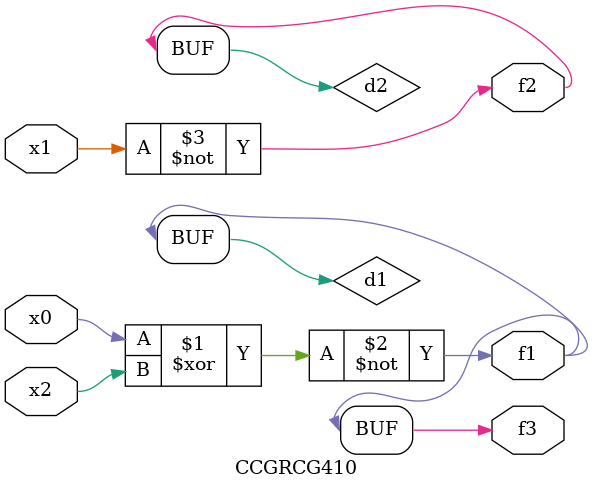
<source format=v>
module CCGRCG410(
	input x0, x1, x2,
	output f1, f2, f3
);

	wire d1, d2, d3;

	xnor (d1, x0, x2);
	nand (d2, x1);
	nor (d3, x1, x2);
	assign f1 = d1;
	assign f2 = d2;
	assign f3 = d1;
endmodule

</source>
